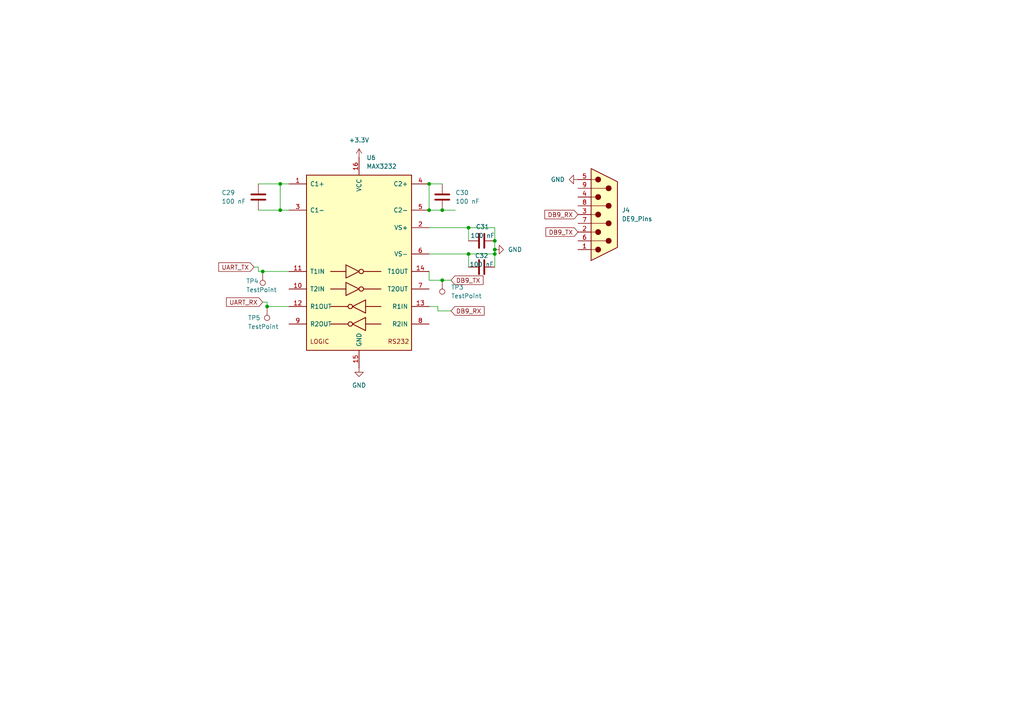
<source format=kicad_sch>
(kicad_sch (version 20250114) (generator "eeschema") (generator_version "9.0")
  (paper "A4")
  (lib_symbols
    (symbol "Connector:DE9_Pins" (pin_names (offset 1.016) (hide yes))
      (property "Reference" "J" (at 0 13.97 0))
      (property "Value" "DE9_Pins" (at 0 -14.605 0))
      (symbol "DE9_Pins_0_1"
        (polyline (pts (xy -3.81 10.16) (xy -2.54 10.16)))
        (polyline (pts (xy -3.81 7.62) (xy 0.508 7.62)))
        (polyline (pts (xy -3.81 5.08) (xy -2.54 5.08)))
        (polyline (pts (xy -3.81 2.54) (xy 0.508 2.54)))
        (polyline (pts (xy -3.81 0) (xy -2.54 0)))
        (polyline (pts (xy -3.81 -2.54) (xy 0.508 -2.54)))
        (polyline (pts (xy -3.81 -5.08) (xy -2.54 -5.08)))
        (polyline (pts (xy -3.81 -7.62) (xy 0.508 -7.62)))
        (polyline (pts (xy -3.81 -10.16) (xy -2.54 -10.16)))
        (polyline (pts (xy -3.81 -13.335) (xy -3.81 13.335) (xy 3.81 9.525) (xy 3.81 -9.525) (xy -3.81 -13.335)) (stroke (width 0.254)) (fill (type background)))
        (circle (center -1.778 10.16) (radius 0.762) (fill (type outline)))
        (circle (center -1.778 5.08) (radius 0.762) (fill (type outline)))
        (circle (center -1.778 0) (radius 0.762) (fill (type outline)))
        (circle (center -1.778 -5.08) (radius 0.762) (fill (type outline)))
        (circle (center -1.778 -10.16) (radius 0.762) (fill (type outline)))
        (circle (center 1.27 7.62) (radius 0.762) (fill (type outline)))
        (circle (center 1.27 2.54) (radius 0.762) (fill (type outline)))
        (circle (center 1.27 -2.54) (radius 0.762) (fill (type outline)))
        (circle (center 1.27 -7.62) (radius 0.762) (fill (type outline)))
      )
      (symbol "DE9_Pins_1_1"
        (pin passive line (at -7.62 10.16 0) (length 3.81) (name "5") (number "5"))
        (pin passive line (at -7.62 7.62 0) (length 3.81) (name "9") (number "9"))
        (pin passive line (at -7.62 5.08 0) (length 3.81) (name "4") (number "4"))
        (pin passive line (at -7.62 2.54 0) (length 3.81) (name "8") (number "8"))
        (pin passive line (at -7.62 0 0) (length 3.81) (name "3") (number "3"))
        (pin passive line (at -7.62 -2.54 0) (length 3.81) (name "7") (number "7"))
        (pin passive line (at -7.62 -5.08 0) (length 3.81) (name "2") (number "2"))
        (pin passive line (at -7.62 -7.62 0) (length 3.81) (name "6") (number "6"))
        (pin passive line (at -7.62 -10.16 0) (length 3.81) (name "1") (number "1"))
      )
    )
    (symbol "Connector:TestPoint" (pin_numbers (hide yes)) (pin_names (offset 0.762) (hide yes))
      (property "Reference" "TP" (at 0 6.858 0))
      (property "Value" "TestPoint" (at 0 5.08 0))
      (symbol "TestPoint_0_1"
        (circle (center 0 3.302) (radius 0.762))
      )
      (symbol "TestPoint_1_1"
        (pin passive line (at 0 0 90) (length 2.54) (name "1") (number "1"))
      )
    )
    (symbol "Device:C" (pin_numbers (hide yes)) (pin_names (offset 0.254))
      (property "Reference" "C" (at 0.635 2.54 0))
      (property "Value" "C" (at 0.635 -2.54 0))
      (symbol "C_0_1"
        (polyline (pts (xy -2.032 0.762) (xy 2.032 0.762)) (stroke (width 0.508)))
        (polyline (pts (xy -2.032 -0.762) (xy 2.032 -0.762)) (stroke (width 0.508)))
      )
      (symbol "C_1_1"
        (pin passive line (at 0 3.81 270) (length 2.794) (name "~") (number "1"))
        (pin passive line (at 0 -3.81 90) (length 2.794) (name "~") (number "2"))
      )
    )
    (symbol "Interface_UART:MAX3232" (pin_names (offset 1.016))
      (property "Reference" "U" (at -2.54 28.575 0))
      (property "Value" "MAX3232" (at -2.54 26.67 0))
      (symbol "MAX3232_0_0"
        (text "LOGIC" (at -11.43 -22.86 0) (effects (font (size 1.27 1.27))))
        (text "RS232" (at 11.43 -22.86 0) (effects (font (size 1.27 1.27))))
      )
      (symbol "MAX3232_0_1"
        (rectangle (start -15.24 -25.4) (end 15.24 25.4) (stroke (width 0.254)) (fill (type background)))
        (polyline (pts (xy -3.81 -0.635) (xy -3.81 -4.445) (xy 0 -2.54) (xy -3.81 -0.635)) (stroke (width 0.254)))
        (polyline (pts (xy -3.81 -2.54) (xy -8.255 -2.54)) (stroke (width 0.254)))
        (polyline (pts (xy -3.81 -5.715) (xy -3.81 -9.525) (xy 0 -7.62) (xy -3.81 -5.715)) (stroke (width 0.254)))
        (polyline (pts (xy -3.81 -7.62) (xy -8.255 -7.62)) (stroke (width 0.254)))
        (polyline (pts (xy -3.175 -12.7) (xy -8.255 -12.7)) (stroke (width 0.254)))
        (polyline (pts (xy -3.175 -17.78) (xy -8.255 -17.78)) (stroke (width 0.254)))
        (circle (center -2.54 -12.7) (radius 0.635) (stroke (width 0.254)))
        (circle (center -2.54 -17.78) (radius 0.635) (stroke (width 0.254)))
        (circle (center 0.635 -2.54) (radius 0.635) (stroke (width 0.254)))
        (circle (center 0.635 -7.62) (radius 0.635) (stroke (width 0.254)))
        (polyline (pts (xy 1.27 -2.54) (xy 6.35 -2.54)) (stroke (width 0.254)))
        (polyline (pts (xy 1.27 -7.62) (xy 6.35 -7.62)) (stroke (width 0.254)))
        (polyline (pts (xy 1.905 -10.795) (xy 1.905 -14.605) (xy -1.905 -12.7) (xy 1.905 -10.795)) (stroke (width 0.254)))
        (polyline (pts (xy 1.905 -12.7) (xy 6.35 -12.7)) (stroke (width 0.254)))
        (polyline (pts (xy 1.905 -15.875) (xy 1.905 -19.685) (xy -1.905 -17.78) (xy 1.905 -15.875)) (stroke (width 0.254)))
        (polyline (pts (xy 1.905 -17.78) (xy 6.35 -17.78)) (stroke (width 0.254)))
      )
      (symbol "MAX3232_1_1"
        (pin passive line (at -20.32 22.86 0) (length 5.08) (name "C1+") (number "1"))
        (pin passive line (at -20.32 15.24 0) (length 5.08) (name "C1-") (number "3"))
        (pin input line (at -20.32 -2.54 0) (length 5.08) (name "T1IN") (number "11"))
        (pin input line (at -20.32 -7.62 0) (length 5.08) (name "T2IN") (number "10"))
        (pin output line (at -20.32 -12.7 0) (length 5.08) (name "R1OUT") (number "12"))
        (pin output line (at -20.32 -17.78 0) (length 5.08) (name "R2OUT") (number "9"))
        (pin power_in line (at 0 30.48 270) (length 5.08) (name "VCC") (number "16"))
        (pin power_in line (at 0 -30.48 90) (length 5.08) (name "GND") (number "15"))
        (pin passive line (at 20.32 22.86 180) (length 5.08) (name "C2+") (number "4"))
        (pin passive line (at 20.32 15.24 180) (length 5.08) (name "C2-") (number "5"))
        (pin power_out line (at 20.32 10.16 180) (length 5.08) (name "VS+") (number "2"))
        (pin power_out line (at 20.32 2.54 180) (length 5.08) (name "VS-") (number "6"))
        (pin output line (at 20.32 -2.54 180) (length 5.08) (name "T1OUT") (number "14"))
        (pin output line (at 20.32 -7.62 180) (length 5.08) (name "T2OUT") (number "7"))
        (pin input line (at 20.32 -12.7 180) (length 5.08) (name "R1IN") (number "13"))
        (pin input line (at 20.32 -17.78 180) (length 5.08) (name "R2IN") (number "8"))
      )
    )
    (symbol "power:+3.3V" (power) (pin_numbers (hide yes)) (pin_names (offset 0) (hide yes))
      (property "Value" "+3.3V" (at 0 3.556 0))
      (symbol "+3.3V_0_1"
        (polyline (pts (xy -0.762 1.27) (xy 0 2.54)))
        (polyline (pts (xy 0 2.54) (xy 0.762 1.27)))
        (polyline (pts (xy 0 0) (xy 0 2.54)))
      )
      (symbol "+3.3V_1_1"
        (pin power_in line (at 0 0 90) (length 0) (name "~") (number "1"))
      )
    )
    (symbol "power:GND" (power) (pin_numbers (hide yes)) (pin_names (offset 0) (hide yes))
      (property "Value" "GND" (at 0 -3.81 0))
      (symbol "GND_0_1"
        (polyline (pts (xy 0 0) (xy 0 -1.27) (xy 1.27 -1.27) (xy 0 -2.54) (xy -1.27 -1.27) (xy 0 -1.27)))
      )
      (symbol "GND_1_1"
        (pin power_in line (at 0 0 270) (length 0) (name "~") (number "1"))
      )
    )
  )
  (junction (at 135.89 66.04))
  (junction (at 143.51 73.66))
  (junction (at 77.47 88.9))
  (junction (at 143.51 69.85))
  (junction (at 124.46 60.96))
  (junction (at 128.27 81.28))
  (junction (at 81.28 53.34))
  (junction (at 124.46 53.34))
  (junction (at 76.2 78.74))
  (junction (at 128.27 60.96))
  (junction (at 135.89 73.66))
  (junction (at 81.28 60.96))
  (junction (at 143.51 72.39))
  (wire (pts (xy 83.82 60.96) (xy 81.28 60.96)))
  (wire (pts (xy 124.46 53.34) (xy 128.27 53.34)))
  (wire (pts (xy 143.51 73.66) (xy 143.51 77.47)))
  (wire (pts (xy 132.08 60.96) (xy 128.27 60.96)))
  (wire (pts (xy 135.89 73.66) (xy 143.51 73.66)))
  (wire (pts (xy 76.2 78.74) (xy 83.82 78.74)))
  (wire (pts (xy 124.46 81.28) (xy 124.46 78.74)))
  (wire (pts (xy 128.27 81.28) (xy 124.46 81.28)))
  (wire (pts (xy 124.46 53.34) (xy 124.46 60.96)))
  (wire (pts (xy 74.93 78.74) (xy 76.2 78.74)))
  (wire (pts (xy 135.89 73.66) (xy 135.89 77.47)))
  (wire (pts (xy 73.66 77.47) (xy 74.93 77.47)))
  (wire (pts (xy 74.93 60.96) (xy 81.28 60.96)))
  (wire (pts (xy 124.46 60.96) (xy 128.27 60.96)))
  (wire (pts (xy 124.46 66.04) (xy 135.89 66.04)))
  (wire (pts (xy 74.93 77.47) (xy 74.93 78.74)))
  (wire (pts (xy 143.51 72.39) (xy 143.51 73.66)))
  (wire (pts (xy 81.28 53.34) (xy 83.82 53.34)))
  (wire (pts (xy 143.51 69.85) (xy 143.51 72.39)))
  (wire (pts (xy 74.93 53.34) (xy 81.28 53.34)))
  (wire (pts (xy 77.47 88.9) (xy 83.82 88.9)))
  (wire (pts (xy 143.51 66.04) (xy 143.51 69.85)))
  (wire (pts (xy 130.81 81.28) (xy 128.27 81.28)))
  (wire (pts (xy 76.2 87.63) (xy 77.47 87.63)))
  (wire (pts (xy 130.81 90.17) (xy 127 90.17)))
  (wire (pts (xy 77.47 87.63) (xy 77.47 88.9)))
  (wire (pts (xy 81.28 60.96) (xy 81.28 53.34)))
  (wire (pts (xy 135.89 66.04) (xy 143.51 66.04)))
  (wire (pts (xy 127 88.9) (xy 124.46 88.9)))
  (wire (pts (xy 127 90.17) (xy 127 88.9)))
  (wire (pts (xy 135.89 66.04) (xy 135.89 69.85)))
  (wire (pts (xy 124.46 73.66) (xy 135.89 73.66)))
  (global_label "DB9_RX" (shape input) (at 130.81 90.17 0) (property "Intersheetrefs" "${INTERSHEET_REFS}" (effects (hide yes))))
  (global_label "DB9_TX" (shape input) (at 167.64 67.31 180) (property "Intersheetrefs" "${INTERSHEET_REFS}" (effects (hide yes))))
  (global_label "DB9_RX" (shape input) (at 167.64 62.23 180) (property "Intersheetrefs" "${INTERSHEET_REFS}" (effects (hide yes))))
  (global_label "UART_RX" (shape input) (at 76.2 87.63 180) (property "Intersheetrefs" "${INTERSHEET_REFS}" (effects (hide yes))))
  (global_label "UART_TX" (shape input) (at 73.66 77.47 180) (property "Intersheetrefs" "${INTERSHEET_REFS}" (effects (hide yes))))
  (global_label "DB9_TX" (shape input) (at 130.81 81.28 0) (property "Intersheetrefs" "${INTERSHEET_REFS}" (effects (hide yes))))
  (symbol (lib_id "power:+3.3V") (at 104.14 45.72 0) (unit 1)
    (property "Reference" "#PWR020" (effects (hide yes)))
    (property "Value" "+3.3V" (at 104.14 40.64 0))
    (property "Description" "Power symbol creates a global label with name \"+3.3V\"" (effects (hide yes)))
  )
  (symbol (lib_id "Device:C") (at 139.7 77.47 90) (unit 1)
    (property "Reference" "C32" (at 139.7 74.168 90))
    (property "Value" "100 nF" (at 139.7 76.708 90))
    (property "Footprint" "Capacitor_SMD:C_0805_2012Metric" (effects (hide yes)))
    (property "Description" "Unpolarized capacitor" (effects (hide yes)))
  )
  (symbol (lib_id "Device:C") (at 128.27 57.15 0) (unit 1)
    (property "Reference" "C30" (at 132.08 55.8799 0) (effects (justify left)))
    (property "Value" "100 nF" (at 132.08 58.4199 0) (effects (justify left)))
    (property "Footprint" "Capacitor_SMD:C_0805_2012Metric" (effects (hide yes)))
    (property "Description" "Unpolarized capacitor" (effects (hide yes)))
  )
  (symbol (lib_id "Device:C") (at 139.7 69.85 90) (unit 1)
    (property "Reference" "C31" (at 139.954 65.786 90))
    (property "Value" "100 nF" (at 139.954 68.326 90))
    (property "Footprint" "Capacitor_SMD:C_0805_2012Metric" (effects (hide yes)))
    (property "Description" "Unpolarized capacitor" (effects (hide yes)))
  )
  (symbol (lib_id "power:GND") (at 167.64 52.07 270) (unit 1)
    (property "Reference" "#PWR022" (effects (hide yes)))
    (property "Value" "GND" (at 163.83 52.0699 90) (effects (justify right)))
    (property "Description" "Power symbol creates a global label with name \"GND\" , ground" (effects (hide yes)))
  )
  (symbol (lib_id "Connector:TestPoint") (at 128.27 81.28 180) (unit 1)
    (property "Reference" "TP3" (at 130.81 83.3119 0) (effects (justify right)))
    (property "Value" "TestPoint" (at 130.81 85.8519 0) (effects (justify right)))
    (property "Footprint" "TestPoint:TestPoint_Pad_1.5x1.5mm" (effects (hide yes)))
    (property "Description" "test point" (effects (hide yes)))
  )
  (symbol (lib_id "Connector:DE9_Pins") (at 175.26 62.23 0) (unit 1)
    (property "Reference" "J4" (at 180.34 60.9599 0) (effects (justify left)))
    (property "Value" "DE9_Pins" (at 180.34 63.4999 0) (effects (justify left)))
    (property "Footprint" "Connector_Dsub:DSUB-9_Pins_Horizontal_P2.77x2.84mm_EdgePinOffset7.70mm_Housed_MountingHolesOffset9.12mm" (effects (hide yes)))
    (property "Description" "9-pin D-SUB connector, pins (male)" (effects (hide yes)))
  )
  (symbol (lib_id "power:GND") (at 143.51 72.39 90) (unit 1)
    (property "Reference" "#PWR025" (effects (hide yes)))
    (property "Value" "GND" (at 147.32 72.3899 90) (effects (justify right)))
    (property "Description" "Power symbol creates a global label with name \"GND\" , ground" (effects (hide yes)))
  )
  (symbol (lib_id "Connector:TestPoint") (at 76.2 78.74 180) (unit 1)
    (property "Reference" "TP4" (at 71.374 81.534 0) (effects (justify right)))
    (property "Value" "TestPoint" (at 71.374 84.074 0) (effects (justify right)))
    (property "Footprint" "TestPoint:TestPoint_Pad_1.5x1.5mm" (effects (hide yes)))
    (property "Description" "test point" (effects (hide yes)))
  )
  (symbol (lib_id "power:GND") (at 104.14 106.68 0) (unit 1)
    (property "Reference" "#PWR021" (effects (hide yes)))
    (property "Value" "GND" (at 104.14 111.76 0))
    (property "Description" "Power symbol creates a global label with name \"GND\" , ground" (effects (hide yes)))
  )
  (symbol (lib_id "Interface_UART:MAX3232") (at 104.14 76.2 0) (unit 1)
    (property "Reference" "U6" (at 106.2833 45.72 0) (effects (justify left)))
    (property "Value" "MAX3232" (at 106.2833 48.26 0) (effects (justify left)))
    (property "Footprint" "Package_SO:SOIC-16_3.9x9.9mm_P1.27mm" (effects (hide yes)))
    (property "Datasheet" "https://datasheets.maximintegrated.com/en/ds/MAX3222-MAX3241.pdf" (effects (hide yes)))
    (property "Description" "3.0V to 5.5V, Low-Power, up to 1Mbps, True RS-232 Transceivers Using Four 0.1μF External Capacitors" (effects (hide yes)))
  )
  (symbol (lib_id "Device:C") (at 74.93 57.15 0) (unit 1)
    (property "Reference" "C29" (at 64.262 55.88 0) (effects (justify left)))
    (property "Value" "100 nF" (at 64.262 58.42 0) (effects (justify left)))
    (property "Footprint" "Capacitor_SMD:C_0805_2012Metric" (effects (hide yes)))
    (property "Description" "Unpolarized capacitor" (effects (hide yes)))
  )
  (symbol (lib_id "Connector:TestPoint") (at 77.47 88.9 180) (unit 1)
    (property "Reference" "TP5" (at 71.882 92.202 0) (effects (justify right)))
    (property "Value" "TestPoint" (at 71.882 94.742 0) (effects (justify right)))
    (property "Footprint" "TestPoint:TestPoint_Pad_1.5x1.5mm" (effects (hide yes)))
    (property "Description" "test point" (effects (hide yes)))
  )
)
</source>
